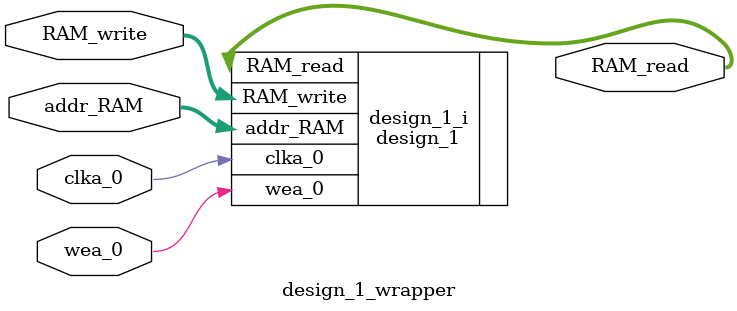
<source format=v>
`timescale 1 ps / 1 ps

module design_1_wrapper
   (RAM_read,
    RAM_write,
    addr_RAM,
    clka_0,
    wea_0);
  output [31:0]RAM_read;
  input [31:0]RAM_write;
  input [10:0]addr_RAM;
  input clka_0;
  input [0:0]wea_0;

  wire [31:0]RAM_read;
  wire [31:0]RAM_write;
  wire [10:0]addr_RAM;
  wire clka_0;
  wire [0:0]wea_0;

  design_1 design_1_i
       (.RAM_read(RAM_read),
        .RAM_write(RAM_write),
        .addr_RAM(addr_RAM),
        .clka_0(clka_0),
        .wea_0(wea_0));
endmodule

</source>
